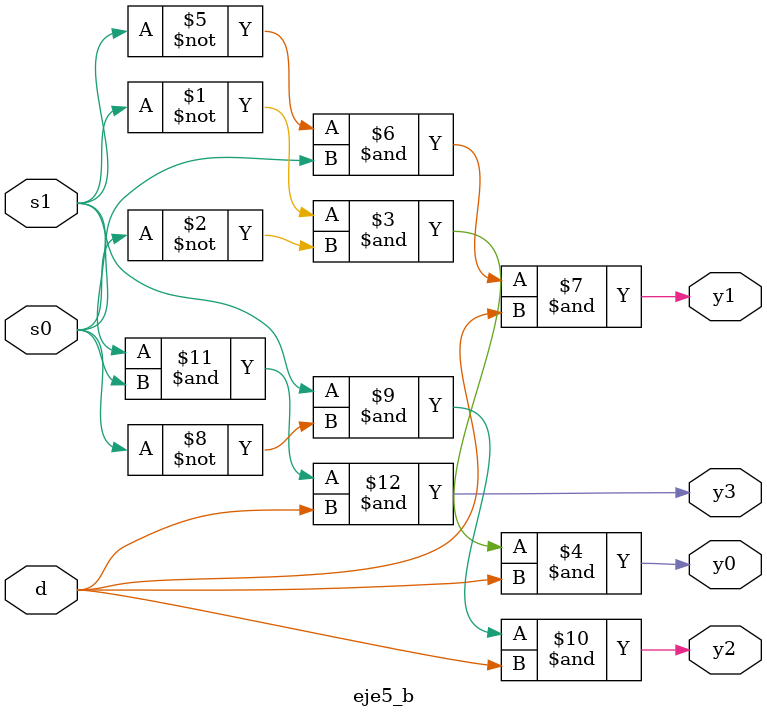
<source format=v>

module eje5_b(
  input wire d,
  input wire s0,
  input wire s1,
  output wire y0,
  output wire y1,
  output wire y2,
  output wire y3
);

assign y0 = ~s1 & ~s0 & d;
assign y1 = ~s1 & s0 & d;
assign y2 = s1 & ~s0 & d;
assign y3 = s1 & s0 & d;

endmodule
</source>
